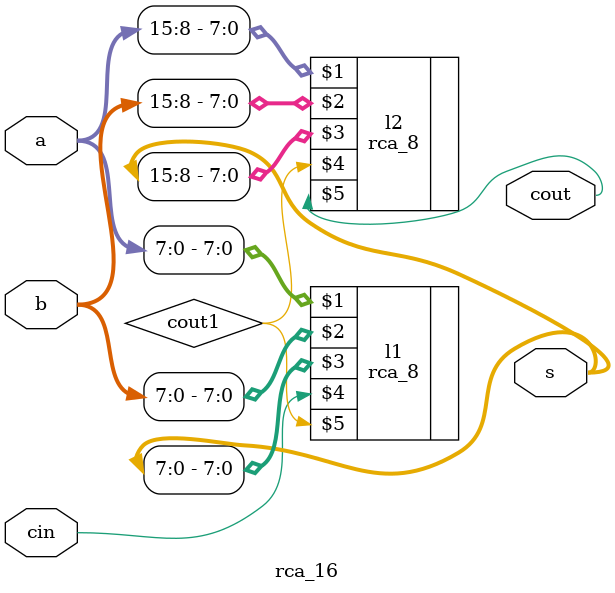
<source format=v>
module rca_16(a,b,s,cin,cout);

input [15:0]a,b;
input cin;
output [15:0]s;
output cout ;

wire cout1;
rca_8 l1(a[7:0],b[7:0],s[7:0],cin,cout1);
rca_8 l2(a[15:8],b[15:8],s[15:8],cout1,cout);

endmodule

</source>
